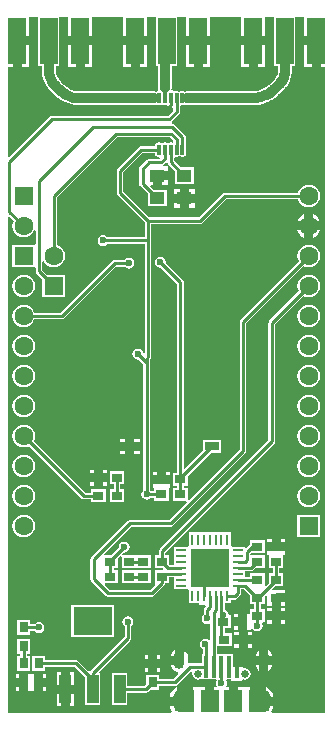
<source format=gtl>
%FSTAX24Y24*%
%MOIN*%
%SFA1B1*%

%IPPOS*%
%AMD40*
4,1,8,-0.005900,-0.037400,0.005900,-0.037400,0.029500,-0.013800,0.029500,0.013800,0.005900,0.037400,-0.005900,0.037400,-0.029500,0.013800,-0.029500,-0.013800,-0.005900,-0.037400,0.0*
1,1,0.047200,-0.005900,-0.013800*
1,1,0.047200,0.005900,-0.013800*
1,1,0.047200,0.005900,0.013800*
1,1,0.047200,-0.005900,0.013800*
%
%AMD45*
4,1,8,-0.003000,-0.017500,0.003000,-0.017500,0.006000,-0.014500,0.006000,0.014500,0.003000,0.017500,-0.003000,0.017500,-0.006000,0.014500,-0.006000,-0.014500,-0.003000,-0.017500,0.0*
1,1,0.006000,-0.003000,-0.014500*
1,1,0.006000,0.003000,-0.014500*
1,1,0.006000,0.003000,0.014500*
1,1,0.006000,-0.003000,0.014500*
%
%AMD46*
4,1,8,-0.003000,-0.017500,0.003000,-0.017500,0.006000,-0.014500,0.006000,0.014500,0.003000,0.017500,-0.003000,0.017500,-0.006000,0.014500,-0.006000,-0.014500,-0.003000,-0.017500,0.0*
1,1,0.006000,-0.003000,-0.014500*
1,1,0.006000,0.003000,-0.014500*
1,1,0.006000,0.003000,0.014500*
1,1,0.006000,-0.003000,0.014500*
%
%ADD11C,0.010000*%
%ADD18R,0.031500X0.037400*%
%ADD23R,0.037400X0.031500*%
%ADD36C,0.033500*%
%ADD37R,0.047200X0.031500*%
%ADD38R,0.015700X0.072800*%
%ADD39R,0.039400X0.074800*%
G04~CAMADD=40~8~0.0~0.0~591.0~748.0~236.0~0.0~15~0.0~0.0~0.0~0.0~0~0.0~0.0~0.0~0.0~0~0.0~0.0~0.0~180.0~590.0~747.0*
%ADD40D40*%
%ADD41R,0.059100X0.074800*%
%ADD42R,0.039400X0.094500*%
%ADD43R,0.129900X0.094500*%
%ADD44R,0.059100X0.157500*%
G04~CAMADD=45~8~0.0~0.0~120.0~350.0~30.0~0.0~15~0.0~0.0~0.0~0.0~0~0.0~0.0~0.0~0.0~0~0.0~0.0~0.0~180.0~120.0~350.0*
%ADD45D45*%
G04~CAMADD=46~8~0.0~0.0~120.0~350.0~30.0~0.0~15~0.0~0.0~0.0~0.0~0~0.0~0.0~0.0~0.0~0~0.0~0.0~0.0~180.0~120.0~350.0*
%ADD46D46*%
%ADD47R,0.051200X0.043300*%
%ADD48R,0.035400X0.009800*%
%ADD49R,0.009800X0.035400*%
%ADD50R,0.126000X0.126000*%
%ADD51O,0.035400X0.059100*%
%ADD52C,0.063000*%
%ADD53R,0.063000X0.063000*%
%ADD54C,0.023600*%
%ADD55C,0.025600*%
%ADD56C,0.026000*%
%LNv3-1*%
%LPD*%
G36*
X039015Y038523D02*
X039071D01*
Y037797*
X039082Y037742*
X039081Y037735*
X039049Y037687*
X039046Y037686*
X039041Y037685*
X039027Y037675*
X038962Y037689*
X036485*
X036474Y037686*
X036334Y0377*
X03619Y037744*
X036056Y037815*
X035948Y037904*
X035942Y037913*
X035843Y038012*
X035836Y038017*
X035765Y038103*
X035709Y038208*
X035674Y038323*
X035663Y038434*
X035665Y038442*
Y038523*
X035788*
Y040163*
X036088*
Y03952*
X036483*
X036878*
Y040163*
X037925*
Y03952*
X03832*
X038715*
Y040163*
X039015*
Y038523*
G37*
G36*
X042952D02*
X043075D01*
Y038353*
X043077Y038345*
X043065Y038256*
X043028Y038166*
X042973Y038095*
X042967Y038091*
X042796Y03792*
X04279Y037911*
X042682Y037822*
X042548Y037751*
X042404Y037707*
X042264Y037693*
X042253Y037695*
X040045*
X039966Y03768*
X039959Y037685*
X039924Y037692*
X039864*
X039829Y037685*
X039795Y037667*
X039762Y037685*
X039727Y037692*
X039667*
X039632Y037685*
X039629*
X039624Y037694*
X039581Y037722*
X03953Y037733*
X039524Y03774*
X039535Y037797*
Y038523*
X039725*
Y040163*
X040025*
Y03952*
X04042*
X040815*
Y040163*
X041862*
Y03952*
X042257*
X042652*
Y040163*
X042952*
Y038523*
G37*
G36*
X043962Y03952D02*
X044357D01*
Y03937*
X044507*
Y038483*
X044655*
Y016978*
X042886*
X042861Y017028*
X042881Y017055*
X042915Y017136*
X042925Y017212*
X042529*
Y017362*
X042379*
X042157*
Y017836*
X04201*
X041984*
X041739*
Y017362*
X041439*
Y017836*
X041377*
X041353Y01788*
X041363Y017894*
X041377Y017964*
X041363Y018033*
X041358Y01804*
X041382Y018084*
X041528*
Y018044*
X041886*
Y018051*
X041936Y018085*
X041982Y018076*
X042056Y018091*
X042118Y018132*
X04216Y018194*
X042174Y018268*
X04216Y018341*
X042118Y018403*
X042056Y018445*
X041982Y018459*
X041936Y01845*
X041886Y018485*
Y018973*
X041857*
Y018509*
X04159*
Y018933*
X041557*
Y018973*
X041528*
Y018933*
X041051*
Y019183*
X041532*
Y019617*
X041306*
Y019783*
X041504*
Y020217*
X041454*
X041439Y020235*
X041425Y020305*
X041386Y020363*
X041327Y020403*
X041306Y020407*
Y020618*
X0415*
Y020743*
X041632*
X041675Y020752*
X041712Y020776*
X041824Y020888*
X041849Y020925*
X041857Y020968*
Y021097*
X041929*
X042138Y020888*
Y020583*
X042273*
Y020417*
X042138*
Y020257*
X042037*
Y02*
Y019743*
X042174*
Y019767*
X042183Y019773*
X042251Y019761*
X042261Y019747*
X04232Y019707*
X042389Y019693*
X042459Y019707*
X042517Y019747*
X042557Y019805*
X042571Y019875*
X042559Y019933*
X042587Y019983*
X042632*
Y020417*
X042497*
Y020583*
X042632*
Y020846*
X042682Y020896*
X042728Y020876*
Y020543*
X042865*
Y0208*
X043015*
Y02095*
X043302*
Y021057*
X042909*
X04289Y021104*
X042969Y021183*
X043262*
Y021617*
X043127*
Y021783*
X043262*
Y022193*
Y022217*
X043302Y022243*
Y02235*
X043015*
X042728*
Y022243*
X042768Y022217*
Y022193*
Y021783*
X042903*
Y021617*
X042768*
Y021299*
X042682Y021213*
X042632Y021234*
Y021617*
X042138*
Y021512*
X041982*
Y021688*
X042185*
X042228Y021696*
X042264Y021721*
X042326Y021783*
X042632*
Y022217*
X042157*
Y022271*
X042169Y022283*
X042632*
Y022717*
X042138*
Y022569*
X042028Y022459*
X041982Y022479*
Y0225*
X04153*
Y02253*
X0415*
Y022982*
X0401*
Y02253*
X04007*
Y0225*
X039618*
Y022281*
Y021912*
X039462*
Y022217*
X039327*
Y022313*
X04295Y025936*
X042974Y025972*
X042983Y026015*
Y029924*
X043925Y030867*
X044002Y030835*
X0441Y030822*
X044198Y030835*
X044289Y030872*
X044367Y030933*
X044428Y031011*
X044465Y031102*
X044478Y0312*
X044465Y031298*
X044428Y031389*
X044367Y031467*
X044289Y031528*
X044198Y031565*
X0441Y031578*
X044002Y031565*
X043911Y031528*
X043833Y031467*
X043772Y031389*
X043735Y031298*
X043722Y0312*
X043735Y031102*
X043767Y031025*
X042791Y03005*
X042767Y030014*
X042759Y029971*
Y026062*
X039136Y022439*
X039111Y022402*
X039103Y022359*
Y022217*
X038968*
Y021783*
X039241*
X039251Y021767*
X039225Y021717*
X038968*
Y021283*
X038969*
X038988Y021236*
X038821Y021069*
X037465*
X037298Y021236*
X037317Y021283*
X037732*
Y021717*
X037597*
Y021783*
X037732*
Y022112*
X037818Y022197*
X037868Y022177*
Y021783*
X038832*
Y022217*
X037909*
X037888Y022267*
X03793Y02231*
X037949Y022306*
X038019Y02232*
X038078Y022359*
X038117Y022418*
X038131Y022487*
X038117Y022557*
X038078Y022616*
X038019Y022655*
X037949Y022669*
X03788Y022655*
X037821Y022616*
X037782Y022557*
X037768Y022487*
X037772Y022468*
X037521Y022217*
X037299*
X037278Y022267*
X038191Y02318*
X039505*
X039548Y023189*
X039584Y023213*
X041993Y025622*
X042018Y025659*
X042026Y025701*
Y029968*
X043925Y031867*
X044002Y031835*
X0441Y031822*
X044198Y031835*
X044289Y031872*
X044367Y031933*
X044428Y032011*
X044465Y032102*
X044478Y0322*
X044465Y032298*
X044428Y032389*
X044367Y032467*
X044289Y032528*
X044198Y032565*
X0441Y032578*
X044002Y032565*
X043911Y032528*
X043833Y032467*
X043772Y032389*
X043735Y032298*
X043722Y0322*
X043735Y032102*
X043767Y032025*
X041835Y030093*
X04181Y030057*
X041802Y030014*
Y025748*
X040122Y024068*
X040072Y024089*
Y02447*
X039937*
Y024535*
X040072*
Y024878*
X040829Y025635*
X041184*
Y02607*
X040592*
Y025715*
X039984Y025106*
X039937Y025125*
Y031323*
X039929Y031366*
X039904Y031402*
X039335Y031971*
X039339Y03199*
X039325Y03206*
X039286Y032119*
X039227Y032158*
X039157Y032172*
X039088Y032158*
X039029Y032119*
X03899Y03206*
X038976Y03199*
X03899Y031921*
X039029Y031862*
X039088Y031823*
X039157Y031809*
X039177Y031813*
X039713Y031276*
Y02497*
X039578*
Y024535*
X039713*
Y02447*
X039578*
Y024035*
X040018*
X040039Y023985*
X039458Y023404*
X038145*
X038102Y023396*
X038065Y023372*
X036858Y022165*
X036834Y022128*
X036825Y022085*
Y021438*
X036834Y021395*
X036858Y021359*
X037339Y020878*
X037376Y020853*
X037419Y020845*
X038867*
X03891Y020853*
X038947Y020878*
X039294Y021225*
X039319Y021262*
X039323Y021283*
X039462*
Y021491*
X039618*
Y0211*
X04007*
Y02107*
X0401*
Y020618*
X040454*
Y020578*
X040649*
X040669Y020528*
X040632Y02049*
X040607Y020454*
X040599Y020411*
Y020255*
X040583Y020244*
X040543Y020185*
X040529Y020116*
X040543Y020046*
X040583Y019987*
X040642Y019948*
X040711Y019934*
X040777Y019947*
X040788*
X040827Y019926*
Y019424*
X040812Y019413*
X040777Y019401*
X040728Y019434*
X040658Y019448*
X040589Y019434*
X04053Y019395*
X04049Y019336*
X040477Y019267*
X04049Y019197*
X04053Y019138*
X040571Y019111*
Y018933*
X040545*
Y018621*
X040152*
X040122Y018615*
X040084Y018636*
X040072Y018647*
Y018839*
X040063Y018911*
X040035Y018978*
X03999Y019036*
X039943Y019073*
Y01872*
X039793*
Y01857*
X039517*
X039522Y01853*
X03955Y018463*
X039595Y018405*
X039653Y01836*
X03972Y018332*
X039744Y018329*
X039762Y018276*
X039582Y018097*
X039117*
Y018232*
X038683*
Y017926*
X038627Y01787*
X038062*
Y018291*
X037549*
Y017226*
X038062*
Y017646*
X038673*
X038716Y017655*
X038753Y017679*
X038812Y017738*
X039117*
Y017873*
X039629*
X039672Y017881*
X039708Y017906*
X040172Y01837*
X040189Y018367*
X040194Y018364*
X040225Y018311*
X040216Y018268*
X040231Y018194*
X040272Y018132*
X040334Y018091*
X040408Y018076*
X040481Y018091*
X040495Y0181*
X040545Y018084*
X041008*
X041032Y01804*
X041027Y018033*
X041013Y017964*
X041027Y017894*
X041037Y01788*
X041013Y017836*
X040951*
Y017362*
X040651*
Y017836*
X040406*
X04039*
X040243*
Y017362*
X039943*
X039871*
Y017212*
X039475*
X039485Y017136*
X039519Y017055*
X039539Y017028*
X039514Y016978*
X03408*
Y033496*
X034126Y033515*
X034267Y033375*
X034235Y033298*
X034222Y0332*
X034235Y033102*
X034272Y033011*
X034333Y032933*
X034411Y032872*
X034502Y032835*
X0346Y032822*
X034698Y032835*
X034789Y032872*
X034867Y032933*
X034928Y033011*
X034947Y033057*
X034997Y033047*
Y032616*
X034975Y032575*
X034947*
X034225*
Y031825*
X034947*
X034975*
X034997Y031784*
Y031691*
X035005Y031648*
X035029Y031612*
X035225Y031416*
Y030825*
X035975*
Y031575*
X035384*
X035221Y031738*
Y032005*
X035271Y032015*
X035272Y032011*
X035333Y031933*
X035411Y031872*
X035502Y031835*
X0356Y031822*
X035698Y031835*
X035789Y031872*
X035867Y031933*
X035928Y032011*
X035965Y032102*
X035978Y0322*
X035965Y032298*
X035928Y032389*
X035867Y032467*
X035789Y032528*
X035712Y032559*
Y034154*
X037725Y036166*
X039479*
X039581Y036064*
X039578Y036013*
X039535Y035981*
X03953Y035982*
X03947*
X039435Y035975*
X039402Y035957*
X039368Y035975*
X039333Y035982*
X039273*
X039238Y035975*
X039201Y035955*
X039171Y035975*
X039136Y035982*
X039076*
X039041Y035975*
X039011Y035955*
X038991Y035925*
X038984Y03589*
Y035857*
X038518*
X038475Y035849*
X038439Y035824*
X037736Y035121*
X037711Y035085*
X037703Y035042*
Y03431*
X037711Y034268*
X037736Y034231*
X038634Y033332*
Y032827*
X037392*
X037381Y032843*
X037322Y032883*
X037253Y032897*
X037183Y032883*
X037124Y032843*
X037085Y032784*
X037071Y032715*
X037085Y032645*
X037124Y032587*
X037183Y032547*
X037253Y032533*
X037322Y032547*
X037381Y032587*
X037392Y032603*
X038634*
Y028964*
X038584Y028959*
X038578Y028993*
X038538Y029052*
X038479Y029091*
X03841Y029105*
X03834Y029091*
X038281Y029052*
X038242Y028993*
X038228Y028923*
X038242Y028854*
X038281Y028795*
X03834Y028756*
X03841Y028742*
X038429Y028746*
X03859Y028584*
Y02439*
X038574Y024379*
X038535Y02432*
X038521Y024251*
X038535Y024181*
X038574Y024122*
X038633Y024083*
X038703Y024069*
X038772Y024083*
X038831Y024122*
X038843Y02414*
X038948*
Y024035*
X039442*
Y024445*
Y02447*
X039482Y024495*
Y024602*
X038908*
Y024495*
X038909*
X038948Y02447*
Y024445*
Y024364*
X038841*
X038831Y024379*
X038815Y02439*
Y028631*
Y028749*
X038826Y02876*
X03885Y028796*
X038859Y028839*
Y032719*
Y033267*
X04048*
X040523Y033275*
X040559Y0333*
X041348Y034088*
X043741*
X043772Y034011*
X043833Y033933*
X043911Y033872*
X044002Y033835*
X0441Y033822*
X044198Y033835*
X044289Y033872*
X044367Y033933*
X044428Y034011*
X044465Y034102*
X044478Y0342*
X044465Y034298*
X044428Y034389*
X044367Y034467*
X044289Y034528*
X044198Y034565*
X0441Y034578*
X044002Y034565*
X043911Y034528*
X043833Y034467*
X043772Y034389*
X043741Y034312*
X041301*
X041258Y034304*
X041222Y034279*
X040434Y033491*
X038793*
X037927Y034357*
Y034995*
X038565Y035633*
X038984*
Y0356*
X038991Y035565*
X039011Y035535*
X039041Y035515*
X039076Y035508*
X039114*
X03914Y03546*
X039125Y035439*
X038777*
X038734Y03543*
X038698Y035406*
X038485Y035193*
X03846Y035157*
X038452Y035114*
Y034609*
X03846Y034566*
X038485Y03453*
X038731Y034283*
Y033849*
X039363*
Y034403*
X038929*
X038821Y034511*
X03884Y034557*
X038897*
Y034874*
X039047*
Y035024*
X039403*
Y035191*
X039274*
X039259Y035241*
X039269Y035248*
X039339Y035317*
X039393Y035301*
X039396Y035284*
X039421Y035247*
X039637Y035031*
Y034597*
X040269*
Y035151*
X039835*
X039612Y035373*
Y035473*
X039662Y035509*
X039667Y035508*
X039727*
X039762Y035515*
X039795Y035533*
X039829Y035515*
X039864Y035508*
X039924*
X039959Y035515*
X039989Y035535*
X040008Y035565*
X040015Y0356*
Y03589*
X040008Y035925*
X040006Y035929*
Y036156*
X039997Y036199*
X039973Y036235*
X039621Y036588*
X039584Y036612*
X039544Y03662*
X03954Y036626*
X039529Y03667*
X039534Y036673*
X039776Y036916*
X0398Y036952*
X039809Y036995*
Y037183*
X039859Y037219*
X039864Y037218*
X039924*
X039959Y037225*
X039986Y037243*
X040045Y037231*
X042253*
X042259Y037233*
X042446Y037247*
X042634Y037292*
X042812Y037366*
X042977Y037467*
X04312Y037589*
X043124Y037592*
X043295Y037763*
X043297Y037766*
X043398Y037889*
X043475Y038033*
X043523Y03819*
X043538Y038348*
X043539Y038353*
Y038523*
X043662*
Y040163*
X043962*
Y03952*
G37*
G36*
X035078Y038523D02*
X035201D01*
Y038442*
X035203Y038432*
X035215Y038274*
X035255Y038111*
X035319Y037956*
X035407Y037813*
X035509Y037692*
X035515Y037684*
X035614Y037585*
X035618Y037582*
X035761Y03746*
X035926Y037359*
X036104Y037286*
X036292Y03724*
X036479Y037226*
X036485Y037225*
X038962*
X039024Y037237*
X039041Y037225*
X039076Y037218*
X039136*
X039171Y037225*
X039205Y037243*
X039238Y037225*
X039273Y037218*
X039333*
X039368Y037225*
X039371*
X039376Y037216*
X039419Y037188*
X03947Y037177*
X03953*
X039535Y037178*
X039585Y037137*
Y037042*
X039408Y036865*
X035538*
X035495Y036856*
X035458Y036832*
X034126Y0355*
X03408Y035519*
Y038483*
X034233*
Y03937*
X034383*
Y03952*
X034778*
Y040163*
X035078*
Y038523*
G37*
%LNv3-2*%
%LPC*%
G36*
X038715Y03922D02*
X03847D01*
Y038483*
X038715*
Y03922*
G37*
G36*
X03817D02*
X037925D01*
Y038483*
X03817*
Y03922*
G37*
G36*
X036878D02*
X036633D01*
Y038483*
X036878*
Y03922*
G37*
G36*
X036333D02*
X036088D01*
Y038483*
X036333*
Y03922*
G37*
G36*
X042652D02*
X042407D01*
Y038483*
X042652*
Y03922*
G37*
G36*
X042107D02*
X041862D01*
Y038483*
X042107*
Y03922*
G37*
G36*
X040815D02*
X04057D01*
Y038483*
X040815*
Y03922*
G37*
G36*
X04027D02*
X040025D01*
Y038483*
X04027*
Y03922*
G37*
G36*
X044207D02*
X043962D01*
Y038483*
X044207*
Y03922*
G37*
G36*
X039403Y034724D02*
X039197D01*
Y034557*
X039403*
Y034724*
G37*
G36*
X040309Y034443D02*
X040103D01*
Y034276*
X040309*
Y034443*
G37*
G36*
X039803D02*
X039597D01*
Y034276*
X039803*
Y034443*
G37*
G36*
X040309Y033976D02*
X040103D01*
Y033809*
X040309*
Y033976*
G37*
G36*
X039803D02*
X039597D01*
Y033809*
X039803*
Y033976*
G37*
G36*
X04425Y033587D02*
Y03335D01*
X044487*
X044462Y033409*
X044396Y033496*
X044309Y033562*
X04425Y033587*
G37*
G36*
X04395D02*
X043891Y033562D01*
X043804Y033496*
X043738Y033409*
X043713Y03335*
X04395*
Y033587*
G37*
G36*
X044487Y03305D02*
X04425D01*
Y032813*
X044309Y032838*
X044396Y032904*
X044462Y032991*
X044487Y03305*
G37*
G36*
X04395D02*
X043713D01*
X043738Y032991*
X043804Y032904*
X043891Y032838*
X04395Y032813*
Y03305*
G37*
G36*
X0381Y032135D02*
X038031Y032121D01*
X037972Y032082*
X037961Y032066*
X03763*
X037588Y032057*
X037551Y032033*
X03583Y030312*
X034959*
X034928Y030389*
X034867Y030467*
X034789Y030528*
X034698Y030565*
X0346Y030578*
X034502Y030565*
X034411Y030528*
X034333Y030467*
X034272Y030389*
X034235Y030298*
X034222Y0302*
X034235Y030102*
X034272Y030011*
X034333Y029933*
X034411Y029872*
X034502Y029835*
X0346Y029822*
X034698Y029835*
X034789Y029872*
X034867Y029933*
X034928Y030011*
X034959Y030088*
X035877*
X03592Y030096*
X035956Y030121*
X037677Y031841*
X037961*
X037972Y031825*
X038031Y031786*
X0381Y031772*
X03817Y031786*
X038229Y031825*
X038268Y031884*
X038282Y031954*
X038268Y032023*
X038229Y032082*
X03817Y032121*
X0381Y032135*
G37*
G36*
X0346Y031578D02*
X034502Y031565D01*
X034411Y031528*
X034333Y031467*
X034272Y031389*
X034235Y031298*
X034222Y0312*
X034235Y031102*
X034272Y031011*
X034333Y030933*
X034411Y030872*
X034502Y030835*
X0346Y030822*
X034698Y030835*
X034789Y030872*
X034867Y030933*
X034928Y031011*
X034965Y031102*
X034978Y0312*
X034965Y031298*
X034928Y031389*
X034867Y031467*
X034789Y031528*
X034698Y031565*
X0346Y031578*
G37*
G36*
X0441Y030578D02*
X044002Y030565D01*
X043911Y030528*
X043833Y030467*
X043772Y030389*
X043735Y030298*
X043722Y0302*
X043735Y030102*
X043772Y030011*
X043833Y029933*
X043911Y029872*
X044002Y029835*
X0441Y029822*
X044198Y029835*
X044289Y029872*
X044367Y029933*
X044428Y030011*
X044465Y030102*
X044478Y0302*
X044465Y030298*
X044428Y030389*
X044367Y030467*
X044289Y030528*
X044198Y030565*
X0441Y030578*
G37*
G36*
Y029578D02*
X044002Y029565D01*
X043911Y029528*
X043833Y029467*
X043772Y029389*
X043735Y029298*
X043722Y0292*
X043735Y029102*
X043772Y029011*
X043833Y028933*
X043911Y028872*
X044002Y028835*
X0441Y028822*
X044198Y028835*
X044289Y028872*
X044367Y028933*
X044428Y029011*
X044465Y029102*
X044478Y0292*
X044465Y029298*
X044428Y029389*
X044367Y029467*
X044289Y029528*
X044198Y029565*
X0441Y029578*
G37*
G36*
X0346D02*
X034502Y029565D01*
X034411Y029528*
X034333Y029467*
X034272Y029389*
X034235Y029298*
X034222Y0292*
X034235Y029102*
X034272Y029011*
X034333Y028933*
X034411Y028872*
X034502Y028835*
X0346Y028822*
X034698Y028835*
X034789Y028872*
X034867Y028933*
X034928Y029011*
X034965Y029102*
X034978Y0292*
X034965Y029298*
X034928Y029389*
X034867Y029467*
X034789Y029528*
X034698Y029565*
X0346Y029578*
G37*
G36*
X0441Y028578D02*
X044002Y028565D01*
X043911Y028528*
X043833Y028467*
X043772Y028389*
X043735Y028298*
X043722Y0282*
X043735Y028102*
X043772Y028011*
X043833Y027933*
X043911Y027872*
X044002Y027835*
X0441Y027822*
X044198Y027835*
X044289Y027872*
X044367Y027933*
X044428Y028011*
X044465Y028102*
X044478Y0282*
X044465Y028298*
X044428Y028389*
X044367Y028467*
X044289Y028528*
X044198Y028565*
X0441Y028578*
G37*
G36*
X0346D02*
X034502Y028565D01*
X034411Y028528*
X034333Y028467*
X034272Y028389*
X034235Y028298*
X034222Y0282*
X034235Y028102*
X034272Y028011*
X034333Y027933*
X034411Y027872*
X034502Y027835*
X0346Y027822*
X034698Y027835*
X034789Y027872*
X034867Y027933*
X034928Y028011*
X034965Y028102*
X034978Y0282*
X034965Y028298*
X034928Y028389*
X034867Y028467*
X034789Y028528*
X034698Y028565*
X0346Y028578*
G37*
G36*
X0441Y027578D02*
X044002Y027565D01*
X043911Y027528*
X043833Y027467*
X043772Y027389*
X043735Y027298*
X043722Y0272*
X043735Y027102*
X043772Y027011*
X043833Y026933*
X043911Y026872*
X044002Y026835*
X0441Y026822*
X044198Y026835*
X044289Y026872*
X044367Y026933*
X044428Y027011*
X044465Y027102*
X044478Y0272*
X044465Y027298*
X044428Y027389*
X044367Y027467*
X044289Y027528*
X044198Y027565*
X0441Y027578*
G37*
G36*
X0346D02*
X034502Y027565D01*
X034411Y027528*
X034333Y027467*
X034272Y027389*
X034235Y027298*
X034222Y0272*
X034235Y027102*
X034272Y027011*
X034333Y026933*
X034411Y026872*
X034502Y026835*
X0346Y026822*
X034698Y026835*
X034789Y026872*
X034867Y026933*
X034928Y027011*
X034965Y027102*
X034978Y0272*
X034965Y027298*
X034928Y027389*
X034867Y027467*
X034789Y027528*
X034698Y027565*
X0346Y027578*
G37*
G36*
X038468Y02611D02*
X038282D01*
Y026002*
X038468*
Y02611*
G37*
G36*
X037982D02*
X037796D01*
Y026002*
X037982*
Y02611*
G37*
G36*
X0441Y026578D02*
X044002Y026565D01*
X043911Y026528*
X043833Y026467*
X043772Y026389*
X043735Y026298*
X043722Y0262*
X043735Y026102*
X043772Y026011*
X043833Y025933*
X043911Y025872*
X044002Y025835*
X0441Y025822*
X044198Y025835*
X044289Y025872*
X044367Y025933*
X044428Y026011*
X044465Y026102*
X044478Y0262*
X044465Y026298*
X044428Y026389*
X044367Y026467*
X044289Y026528*
X044198Y026565*
X0441Y026578*
G37*
G36*
X038468Y025702D02*
X038282D01*
Y025595*
X038468*
Y025702*
G37*
G36*
X037982D02*
X037796D01*
Y025595*
X037982*
Y025702*
G37*
G36*
X037372Y025057D02*
X037235D01*
Y02495*
X037372*
Y025057*
G37*
G36*
X036935D02*
X036798D01*
Y02495*
X036935*
Y025057*
G37*
G36*
X039482Y02501D02*
X039345D01*
Y024902*
X039482*
Y02501*
G37*
G36*
X039045D02*
X038908D01*
Y024902*
X039045*
Y02501*
G37*
G36*
X0441Y025578D02*
X044002Y025565D01*
X043911Y025528*
X043833Y025467*
X043772Y025389*
X043735Y025298*
X043722Y0252*
X043735Y025102*
X043772Y025011*
X043833Y024933*
X043911Y024872*
X044002Y024835*
X0441Y024822*
X044198Y024835*
X044289Y024872*
X044367Y024933*
X044428Y025011*
X044465Y025102*
X044478Y0252*
X044465Y025298*
X044428Y025389*
X044367Y025467*
X044289Y025528*
X044198Y025565*
X0441Y025578*
G37*
G36*
X0346D02*
X034502Y025565D01*
X034411Y025528*
X034333Y025467*
X034272Y025389*
X034235Y025298*
X034222Y0252*
X034235Y025102*
X034272Y025011*
X034333Y024933*
X034411Y024872*
X034502Y024835*
X0346Y024822*
X034698Y024835*
X034789Y024872*
X034867Y024933*
X034928Y025011*
X034965Y025102*
X034978Y0252*
X034965Y025298*
X034928Y025389*
X034867Y025467*
X034789Y025528*
X034698Y025565*
X0346Y025578*
G37*
G36*
X037372Y02465D02*
X037235D01*
Y024543*
X037372*
Y02465*
G37*
G36*
X036935D02*
X036798D01*
Y024543*
X036935*
Y02465*
G37*
G36*
X037962Y025017D02*
X037468D01*
Y024583*
X037603*
Y024417*
X037468*
Y023983*
X037962*
Y024417*
X037827*
Y024583*
X037962*
Y025017*
G37*
G36*
X0346Y026578D02*
X034502Y026565D01*
X034411Y026528*
X034333Y026467*
X034272Y026389*
X034235Y026298*
X034222Y0262*
X034235Y026102*
X034272Y026011*
X034333Y025933*
X034411Y025872*
X034502Y025835*
X0346Y025822*
X034698Y025835*
X034775Y025867*
X036521Y024121*
X036557Y024096*
X0366Y024088*
X036838*
Y023983*
X037332*
Y024417*
X036838*
Y024312*
X036646*
X034933Y026025*
X034965Y026102*
X034978Y0262*
X034965Y026298*
X034928Y026389*
X034867Y026467*
X034789Y026528*
X034698Y026565*
X0346Y026578*
G37*
G36*
X0441Y024578D02*
X044002Y024565D01*
X043911Y024528*
X043833Y024467*
X043772Y024389*
X043735Y024298*
X043722Y0242*
X043735Y024102*
X043772Y024011*
X043833Y023933*
X043911Y023872*
X044002Y023835*
X0441Y023822*
X044198Y023835*
X044289Y023872*
X044367Y023933*
X044428Y024011*
X044465Y024102*
X044478Y0242*
X044465Y024298*
X044428Y024389*
X044367Y024467*
X044289Y024528*
X044198Y024565*
X0441Y024578*
G37*
G36*
X0346D02*
X034502Y024565D01*
X034411Y024528*
X034333Y024467*
X034272Y024389*
X034235Y024298*
X034222Y0242*
X034235Y024102*
X034272Y024011*
X034333Y023933*
X034411Y023872*
X034502Y023835*
X0346Y023822*
X034698Y023835*
X034789Y023872*
X034867Y023933*
X034928Y024011*
X034965Y024102*
X034978Y0242*
X034965Y024298*
X034928Y024389*
X034867Y024467*
X034789Y024528*
X034698Y024565*
X0346Y024578*
G37*
G36*
X044475Y023575D02*
X043725D01*
Y022825*
X044475*
Y023575*
G37*
G36*
X0346Y023578D02*
X034502Y023565D01*
X034411Y023528*
X034333Y023467*
X034272Y023389*
X034235Y023298*
X034222Y0232*
X034235Y023102*
X034272Y023011*
X034333Y022933*
X034411Y022872*
X034502Y022835*
X0346Y022822*
X034698Y022835*
X034789Y022872*
X034867Y022933*
X034928Y023011*
X034965Y023102*
X034978Y0232*
X034965Y023298*
X034928Y023389*
X034867Y023467*
X034789Y023528*
X034698Y023565*
X0346Y023578*
G37*
G36*
X043302Y022757D02*
X043165D01*
Y02265*
X043302*
Y022757*
G37*
G36*
X042865D02*
X042728D01*
Y02265*
X042865*
Y022757*
G37*
G36*
X038832Y021717D02*
X037868D01*
Y021283*
X038832*
Y021717*
G37*
G36*
X043302Y02065D02*
X043165D01*
Y020543*
X043302*
Y02065*
G37*
G36*
Y020457D02*
X043165D01*
Y02035*
X043302*
Y020457*
G37*
G36*
X042865D02*
X042728D01*
Y02035*
X042865*
Y020457*
G37*
G36*
X041737Y020257D02*
X0416D01*
Y02015*
X041737*
Y020257*
G37*
G36*
X043302Y02005D02*
X043165D01*
Y019943*
X043302*
Y02005*
G37*
G36*
X042865D02*
X042728D01*
Y019943*
X042865*
Y02005*
G37*
G36*
X041737Y01985D02*
X0416D01*
Y019743*
X041737*
Y01985*
G37*
G36*
X034817Y020062D02*
X034383D01*
Y019568*
X034817*
Y019703*
X03497*
X034981Y019687*
X03504Y019647*
X035109Y019633*
X035179Y019647*
X035238Y019687*
X035277Y019745*
X035291Y019815*
X035277Y019884*
X035238Y019943*
X035179Y019983*
X035109Y019997*
X03504Y019983*
X034981Y019943*
X03497Y019927*
X034817*
Y020062*
G37*
G36*
X042202Y019657D02*
X042065D01*
Y01955*
X042202*
Y019657*
G37*
G36*
X041765D02*
X041628D01*
Y01955*
X041765*
Y019657*
G37*
G36*
X03761Y020574D02*
X03619D01*
Y019509*
X03761*
Y020574*
G37*
G36*
X042202Y01925D02*
X042065D01*
Y019143*
X042202*
Y01925*
G37*
G36*
X041765D02*
X041628D01*
Y019143*
X041765*
Y01925*
G37*
G36*
X042757Y019073D02*
Y01887D01*
X042883*
X042878Y018911*
X04285Y018978*
X042805Y019036*
X042757Y019073*
G37*
G36*
X042457D02*
X04241Y019036D01*
X042365Y018978*
X042337Y018911*
X042332Y01887*
X042457*
Y019073*
G37*
G36*
X039643D02*
X039595Y019036D01*
X03955Y018978*
X039522Y018911*
X039517Y01887*
X039643*
Y019073*
G37*
G36*
X039157Y018902D02*
X03905D01*
Y018765*
X039157*
Y018902*
G37*
G36*
X03875D02*
X038643D01*
Y018765*
X03875*
Y018902*
G37*
G36*
X042883Y01857D02*
X042757D01*
Y018368*
X042805Y018405*
X04285Y018463*
X042878Y01853*
X042883Y01857*
G37*
G36*
X042457D02*
X042332D01*
X042337Y01853*
X042365Y018463*
X04241Y018405*
X042457Y018368*
Y01857*
G37*
G36*
X034817Y019432D02*
X034383D01*
Y018938*
X034488*
Y018862*
X034383*
Y018368*
X034817*
Y018862*
X034712*
Y018938*
X034817*
Y019432*
G37*
G36*
X038075Y020182D02*
X038006Y020168D01*
X037947Y020128*
X037907Y020069*
X037893Y02*
X037907Y019931*
X037947Y019872*
X037963Y019861*
Y019504*
X036824Y018365*
X036818Y018362*
X036759Y01836*
X036425Y018694*
X036389Y018719*
X036346Y018727*
X035317*
Y018862*
X034883*
Y018368*
X035317*
Y018503*
X036299*
X036643Y018159*
Y017226*
X037157*
Y018291*
X037132*
X037113Y018337*
X038154Y019378*
X038179Y019415*
X038187Y019457*
Y019861*
X038203Y019872*
X038243Y019931*
X038257Y02*
X038243Y020069*
X038203Y020128*
X038145Y020168*
X038075Y020182*
G37*
G36*
X039157Y018465D02*
X03905D01*
Y018328*
X039157*
Y018465*
G37*
G36*
X03875D02*
X038643D01*
Y018328*
X03875*
Y018465*
G37*
G36*
X035357Y018272D02*
X03525D01*
Y018135*
X035357*
Y018272*
G37*
G36*
X03445D02*
X034343D01*
Y018135*
X03445*
Y018272*
G37*
G36*
X036291Y018331D02*
X036144D01*
Y017908*
X036291*
Y018331*
G37*
G36*
X035844D02*
X035698D01*
Y017908*
X035844*
Y018331*
G37*
G36*
X035357Y017835D02*
X03525D01*
Y017698*
X035357*
Y017835*
G37*
G36*
X03495Y018272D02*
X03475D01*
Y017985*
Y017698*
X03495*
Y017985*
Y018272*
G37*
G36*
X03445Y017835D02*
X034343D01*
Y017698*
X03445*
Y017835*
G37*
G36*
X042679Y017826D02*
Y017512D01*
X042925*
X042915Y017588*
X042881Y017669*
X042828Y01774*
X042757Y017793*
X042679Y017826*
G37*
G36*
X039721D02*
X039643Y017793D01*
X039572Y01774*
X039519Y017669*
X039485Y017588*
X039475Y017512*
X039721*
Y017826*
G37*
G36*
X036291Y017608D02*
X036144D01*
Y017186*
X036291*
Y017608*
G37*
G36*
X035844D02*
X035698D01*
Y017186*
X035844*
Y017608*
G37*
G36*
X034778Y03922D02*
X034533D01*
Y038483*
X034778*
Y03922*
G37*
%LNv3-3*%
%LPD*%
G54D11*
X040603Y020855D02*
Y021603D01*
X0408Y0218*
X039498Y037228D02*
Y037453D01*
X039374Y037104D02*
X039498Y037228D01*
Y037453D02*
X0395Y037455D01*
X038747Y033379D02*
X04048D01*
X038747Y032719D02*
Y033379D01*
X04048D02*
X041301Y0342D01*
X038747Y028839D02*
Y032719D01*
X038743Y032715D02*
X038747Y032719D01*
X037253Y032715D02*
X038743D01*
X039825Y024252D02*
Y024789D01*
X039157Y03199D02*
X039825Y031323D01*
Y024752D02*
Y031323D01*
Y024789D02*
X040888Y025852D01*
X03841Y028923D02*
X038703Y028631D01*
Y028795*
Y024251D02*
Y028631D01*
Y028795D02*
X038747Y028839D01*
X038704Y024252D02*
X039195D01*
X038703Y024251D02*
X038704Y024252D01*
X041914Y025701D02*
Y030014D01*
X036938Y022085D02*
X038145Y023292D01*
X039505D02*
X041914Y025701D01*
X038145Y023292D02*
X039505D01*
X036938Y021438D02*
Y022085D01*
X042871Y026015D02*
Y029971D01*
X039215Y022359D02*
X042871Y026015D01*
X039215Y022D02*
Y022359D01*
X039303Y037455D02*
Y037797D01*
X040939Y018509D02*
Y020339D01*
X040997Y020397*
Y020855*
X0408Y0205D02*
Y020855D01*
X041195Y017964D02*
Y018509D01*
X040711Y020116D02*
Y020411D01*
X0408Y0205*
X040152Y018509D02*
X040683D01*
X039629Y017985D02*
X040152Y018509D01*
X0389Y017985D02*
X039629D01*
X038673Y017758D02*
X0389Y017985D01*
X037806Y017758D02*
X038673D01*
X036346Y018615D02*
X0369Y018061D01*
X0351Y018615D02*
X036346D01*
X0346D02*
Y019185D01*
Y019815D02*
X035109D01*
X038075Y019457D02*
Y02D01*
X0369Y018282D02*
X038075Y019457D01*
X0369Y017758D02*
Y018061D01*
Y018282*
X041194Y019491D02*
X041285Y0194D01*
X041257Y02D02*
Y020235D01*
X041194Y019491D02*
Y02D01*
Y020235D02*
Y020855D01*
X042385Y0202D02*
Y0208D01*
X041976Y021209D02*
X042385Y0208D01*
X041745Y021209D02*
X041976D01*
X041745Y020968D02*
Y021209D01*
X041632Y020855D02*
X041745Y020968D01*
X041391Y020855D02*
X041632D01*
X042385Y0208D02*
X042428D01*
X043015Y021387*
Y0214*
Y022*
X041751Y0214D02*
X042385D01*
X041745Y021406D02*
X041751Y0214D01*
X042185Y0218D02*
X042385Y022D01*
X041745Y0218D02*
X042185D01*
X042385Y019879D02*
Y0202D01*
Y019879D02*
X042389Y019875D01*
X040658Y019267D02*
X040683Y019242D01*
Y018509D02*
Y019242D01*
X039215Y0215D02*
X039318Y021603D01*
X039855*
X039215Y022D02*
X039415Y0218D01*
X039855*
X038115Y0215D02*
X038585D01*
X038115Y022D02*
X038585D01*
X038564Y034609D02*
X039047Y034126D01*
X038564Y034609D02*
Y035114D01*
X038777Y035327*
X03919*
X039303Y03544*
Y035745*
X0395Y035327D02*
X039953Y034874D01*
X0395Y035327D02*
Y035745D01*
X037678Y036278D02*
X039525D01*
X039697Y036107*
Y035745D02*
Y036107D01*
X035109Y034698D02*
X036919Y036508D01*
X039541*
X039894Y036156*
Y035745D02*
Y036156D01*
X042871Y029971D02*
X0441Y0312D01*
X041301Y0342D02*
X0441D01*
X037815Y03431D02*
X038747Y033379D01*
X038518Y035745D02*
X039106D01*
X037815Y035042D02*
X038518Y035745D01*
X037815Y03431D02*
Y035042D01*
X0346Y0302D02*
X035877D01*
X03763Y031954*
X0381*
X041914Y030014D02*
X0441Y0322D01*
X036938Y021438D02*
X037419Y020957D01*
X038867D02*
X039215Y021305D01*
Y0215*
X037419Y020957D02*
X038867D01*
X035109Y031691D02*
X0356Y0312D01*
X035109Y031691D02*
Y034698D01*
X0356Y0322D02*
Y0342D01*
X037678Y036278*
X034127Y033673D02*
X0346Y0332D01*
X034127Y033673D02*
Y035342D01*
X035538Y036753*
X039454*
X039697Y036995*
Y037455*
X037485Y0215D02*
Y022D01*
Y022023*
X037949Y022487*
X0366Y0242D02*
X037085D01*
X0346Y0262D02*
X0366Y0242D01*
X037715D02*
Y0248D01*
X042227Y0225D02*
X042385D01*
X041745Y021997D02*
X041977D01*
X042045Y022064*
Y022317D02*
X042227Y0225D01*
X042045Y022064D02*
Y022317D01*
G54D18*
X0346Y019815D03*
Y019185D03*
X0389Y017985D03*
Y018615D03*
X0351D03*
Y017985D03*
X0346Y018615D03*
Y017985D03*
G54D23*
X041887Y02D03*
X041257D03*
X041285Y0194D03*
X041915D03*
X038585Y0215D03*
X039215D03*
X038585Y022D03*
X039215D03*
X042385Y0208D03*
X043015D03*
X042385Y0202D03*
X043015D03*
X039825Y024752D03*
X039195D03*
X037085Y0248D03*
X037715D03*
Y0242D03*
X037085D03*
X042385Y0214D03*
X043015D03*
X042385Y022D03*
X043015D03*
X042385Y0225D03*
X043015D03*
X039195Y024252D03*
X039825D03*
X038115Y0215D03*
X037485D03*
X038115Y022D03*
X037485D03*
G54D36*
X042253Y037463D02*
D01*
X042322Y037465*
X042392Y037472*
X04246Y037484*
X042528Y037501*
X042595Y037523*
X042659Y037549*
X042722Y03758*
X042782Y037614*
X04284Y037653*
X042895Y037696*
X042947Y037743*
X04296Y037756*
X043131Y037927D02*
D01*
X043159Y037957*
X043186Y03799*
X04321Y038024*
X043231Y03806*
X043251Y038098*
X043267Y038137*
X043281Y038176*
X043292Y038217*
X0433Y038258*
X043305Y0383*
X043307Y038342*
X043307Y038353*
X03937Y03937D02*
D01*
X039359Y039358*
X039349Y039345*
X039339Y039332*
X039331Y039319*
X039324Y039304*
X039318Y03929*
X039312Y039274*
X039308Y039259*
X039305Y039243*
X039303Y039227*
X039302Y039211*
X039303Y039209*
X035778Y037749D02*
D01*
X035829Y037701*
X035883Y037657*
X03594Y037617*
X036Y037581*
X036062Y037549*
X036126Y037522*
X036192Y037499*
X03626Y037481*
X036328Y037468*
X036397Y037459*
X036467Y037456*
X036485Y037457*
X035433Y038442D02*
D01*
X035435Y038383*
X035441Y038325*
X035451Y038267*
X035465Y03821*
X035483Y038155*
X035505Y0381*
X035531Y038048*
X03556Y037997*
X035593Y037948*
X035629Y037902*
X035668Y037859*
X035679Y037848*
X040045Y037463D02*
X042253D01*
X04296Y037756D02*
X043131Y037927D01*
X043307Y038353D02*
Y03937D01*
X039303Y037797D02*
Y039209D01*
X036485Y037457D02*
X038962D01*
X035679Y037848D02*
X035778Y037749D01*
X035433Y038442D02*
Y03937D01*
G54D37*
X038132Y025852D03*
X040888D03*
G54D38*
X040683Y018509D03*
X040939D03*
X041195D03*
X041451D03*
X041707D03*
G54D39*
X042307Y017362D03*
X040093D03*
G54D40*
X042529Y017362D03*
X039871D03*
G54D41*
X041589Y017362D03*
X040801D03*
G54D42*
X035994Y017758D03*
X0369D03*
X037806D03*
G54D43*
X0369Y020042D03*
G54D44*
X043307Y03937D03*
X044357D03*
X042257D03*
X03937D03*
X04042D03*
X03832D03*
X035433D03*
X036483D03*
X034383D03*
G54D45*
X039106Y037455D03*
X039303D03*
X0395D03*
X039697D03*
X039894D03*
Y035745D03*
X039697D03*
X0395D03*
X039303D03*
G54D46*
X039106Y035745D03*
G54D47*
X039953Y034126D03*
Y034874D03*
X039047Y034126D03*
Y034874D03*
G54D48*
X039855Y022194D03*
Y021209D03*
Y0218D03*
Y021997D03*
Y021603D03*
Y021406D03*
Y022391D03*
X041745D03*
Y021406D03*
Y021603D03*
Y021997D03*
Y0218D03*
Y021209D03*
Y022194D03*
G54D49*
X0408Y022745D03*
X040603D03*
X040406D03*
X040209D03*
X040997D03*
X041194D03*
X041391D03*
Y020855D03*
X041194D03*
X040997D03*
X040209D03*
X040406D03*
X040603D03*
X0408D03*
G54D50*
X0408Y0218D03*
G54D51*
X042607Y017362D03*
X039793D03*
Y01872D03*
X042607D03*
G54D52*
X0346Y0302D03*
Y0232D03*
Y0242D03*
Y0252D03*
Y0262D03*
Y0272D03*
Y0282D03*
Y0292D03*
Y0312D03*
Y0332D03*
X0356Y0322D03*
X0441Y0342D03*
Y0332D03*
Y0322D03*
Y0312D03*
Y0302D03*
Y0292D03*
Y0282D03*
Y0272D03*
Y0262D03*
Y0252D03*
Y0242D03*
G54D53*
X0346Y0322D03*
Y0342D03*
X0356Y0312D03*
X0441Y0232D03*
G54D54*
X04425Y03825D03*
Y03675D03*
Y03525D03*
Y02175D03*
Y02025D03*
Y01875D03*
Y01725D03*
X043875Y0375D03*
X0435Y03675D03*
X043875Y036D03*
X0435Y03525D03*
Y03375D03*
Y03225D03*
Y02775D03*
Y02475D03*
X043875Y0225D03*
X0435Y02175D03*
X043875Y021D03*
X0435Y02025D03*
X043875Y0195D03*
X0435Y01875D03*
X043875Y018D03*
X0435Y01725D03*
X04275Y03675D03*
X043125Y036D03*
X04275Y03525D03*
X043125Y0345D03*
X04275Y03375D03*
X043125Y033D03*
X04275Y03225D03*
X043125Y0285D03*
Y0255D03*
X04275Y02475D03*
X043125Y0195D03*
Y018D03*
X042Y03825D03*
Y03675D03*
X042375Y036D03*
X042Y03525D03*
X042375Y0345D03*
X042Y03375D03*
X042375Y033D03*
X042Y03225D03*
X042375Y03D03*
Y0285D03*
X042Y02475D03*
X042375Y0195D03*
Y018D03*
X04125Y03975D03*
X041625Y039D03*
X04125Y03825D03*
Y03675D03*
X041625Y036D03*
X04125Y03525D03*
X041625Y0345D03*
X04125Y03375D03*
X041625Y033D03*
X04125Y03225D03*
X041625Y0285D03*
X04125Y02775D03*
X041625Y024D03*
X04125Y02325D03*
X0405Y03825D03*
Y03675D03*
X040875Y036D03*
X0405Y03525D03*
X040875Y0345D03*
X0405Y03375D03*
X040875Y033D03*
X0405Y03225D03*
X040875Y027D03*
X0405Y02325D03*
X040125Y033D03*
Y03D03*
Y0285D03*
Y0255D03*
Y018D03*
X039375Y033D03*
Y03D03*
X039Y02925D03*
X039375Y0285D03*
Y0255D03*
X039Y01725D03*
X03825Y03825D03*
X038625Y036D03*
X03825Y02925D03*
Y02625D03*
Y02475D03*
X038625Y0195D03*
X03825Y01875D03*
Y01725D03*
X0375Y03975D03*
Y03825D03*
X037875Y036D03*
X0375Y03525D03*
Y03375D03*
X037875Y03D03*
X0375Y02775D03*
Y02325D03*
X037125Y039D03*
X03675Y03825D03*
X037125Y0345D03*
X03675Y03375D03*
Y02775D03*
X037125Y027D03*
X03675Y02325D03*
Y01875D03*
X036375Y0345D03*
X036Y02775D03*
Y02625D03*
Y02325D03*
X036375Y0225D03*
X036Y02175D03*
X036375Y021D03*
X036Y02025D03*
X035625Y027D03*
X03525Y02475D03*
X035625Y0225D03*
X03525Y02175D03*
X035625Y021D03*
X03525Y02025D03*
Y01725D03*
X0345Y03825D03*
X034875Y0375D03*
X0345Y03675D03*
X034875Y0225D03*
X0345Y02175D03*
X034875Y021D03*
X0345Y02025D03*
Y01725D03*
X034956Y03991D03*
Y039574D03*
Y039237D03*
Y038901D03*
X03496Y038565D03*
X035096Y038258D03*
X035195Y037936D03*
X03538Y037656D03*
X03562Y037421D03*
X035902Y037238D03*
X036222Y037132D03*
X036557Y037104D03*
X036893D03*
X037229D03*
X037565D03*
X037902D03*
X038238D03*
X038574D03*
X03891D03*
X038585Y037809D03*
X038249D03*
X037913D03*
X037577D03*
X037241D03*
X036904D03*
X036568D03*
X036235Y037857D03*
X035966Y038059D03*
X035794Y038348D03*
X03591Y038663D03*
Y039D03*
Y039336D03*
Y039672D03*
Y040008D03*
X038893Y039923D03*
Y039587D03*
Y03925D03*
Y038914D03*
X038894Y038578D03*
X038951Y038247D03*
Y03791D03*
X039374Y037104D03*
X039656Y038051D03*
Y038387D03*
X039847Y038663D03*
Y039D03*
Y039336D03*
Y039672D03*
Y040008D03*
X04283Y039832D03*
Y039496D03*
Y039159D03*
Y038823D03*
X042861Y038488D03*
X042858Y038152D03*
X042612Y037923D03*
X042292Y037818D03*
X041956Y037816D03*
X04162D03*
X041284D03*
X040947D03*
X040611D03*
X040275D03*
X039939Y037811D03*
X039925Y037096D03*
X040261Y037111D03*
X040597D03*
X040933D03*
X04127D03*
X041606D03*
X041942D03*
X042278Y037112D03*
X042611Y037162D03*
X042921Y037291D03*
X043192Y037491D03*
X043426Y037732D03*
X043598Y03802D03*
X04366Y038351D03*
X043784Y038663D03*
Y039D03*
Y039336D03*
Y039672D03*
Y040008D03*
X037253Y032715D03*
X038703Y024251D03*
X041195Y017964D03*
X040711Y020116D03*
X035109Y019815D03*
X038075Y02D03*
X041257Y020235D03*
X042389Y019875D03*
X040658Y019267D03*
X0381Y031954D03*
X039157Y03199D03*
X037949Y022487D03*
X03841Y028923D03*
G54D55*
X040408Y018268D03*
X041982D03*
G54D56*
X040328Y022272D03*
X0408D03*
X041272D03*
Y0218D03*
Y021328D03*
X040328D03*
Y0218D03*
X0408Y021328D03*
Y0218D03*
M02*
</source>
